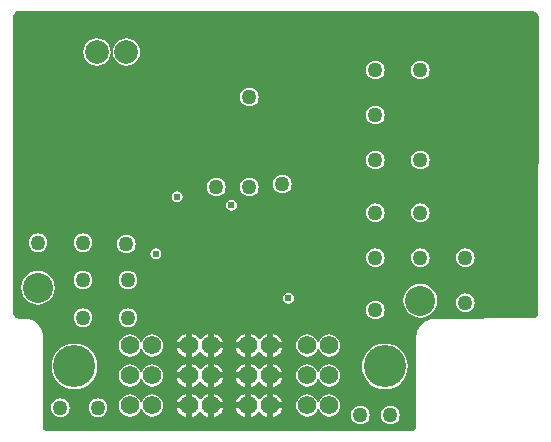
<source format=gbr>
%TF.GenerationSoftware,Altium Limited,Altium Designer,24.2.2 (26)*%
G04 Layer_Physical_Order=2*
G04 Layer_Color=36540*
%FSLAX45Y45*%
%MOMM*%
%TF.SameCoordinates,3B1DD697-BB8E-4966-B076-04D6E0BCF24A*%
%TF.FilePolarity,Positive*%
%TF.FileFunction,Copper,L2,Inr,Signal*%
%TF.Part,Single*%
G01*
G75*
%TA.AperFunction,ComponentPad*%
%ADD24C,2.54000*%
%ADD25C,2.00000*%
%ADD26C,3.56000*%
%ADD27C,1.56000*%
%TA.AperFunction,ViaPad*%
%ADD28C,1.27000*%
%ADD29C,0.60960*%
%ADD30C,0.71120*%
G36*
X5008849Y3549926D02*
X5008865Y3549929D01*
X5008880Y3549926D01*
X5014292D01*
X5024908Y3547814D01*
X5034907Y3543672D01*
X5043908Y3537658D01*
X5051562Y3530005D01*
X5057576Y3521004D01*
X5061718Y3511005D01*
X5063829Y3500388D01*
Y3495031D01*
X5061213Y991354D01*
X5061218Y991327D01*
X5061213Y991300D01*
Y986987D01*
X5059530Y978525D01*
X5056228Y970554D01*
X5051435Y963381D01*
X5045334Y957279D01*
X5038161Y952486D01*
X5030190Y949185D01*
X5021729Y947502D01*
X5017414D01*
X5017285Y947476D01*
X5017156Y947501D01*
X4183121Y943333D01*
X4181985Y943101D01*
X4180837Y943271D01*
X4170879Y942782D01*
X4167156Y941849D01*
X4163317D01*
X4143783Y937964D01*
X4139069Y936012D01*
X4134066Y935016D01*
X4115665Y927395D01*
X4111424Y924561D01*
X4106711Y922608D01*
X4090150Y911543D01*
X4086543Y907936D01*
X4082301Y905102D01*
X4068218Y891018D01*
X4065385Y886777D01*
X4061777Y883169D01*
X4050711Y866609D01*
X4048759Y861895D01*
X4045925Y857654D01*
X4038303Y839253D01*
X4037308Y834250D01*
X4035356Y829537D01*
X4031470Y810002D01*
Y806163D01*
X4030538Y802440D01*
X4030049Y792482D01*
X4030238Y791206D01*
X4029986Y789940D01*
Y35735D01*
X4028072Y26112D01*
X4024317Y17047D01*
X4018867Y8891D01*
X4011929Y1952D01*
X4003772Y-3498D01*
X3994708Y-7252D01*
X3985086Y-9166D01*
X3980180D01*
X3980160Y-9170D01*
X3980139Y-9166D01*
X910348Y-11596D01*
X906128D01*
X897772Y-9934D01*
X889899Y-6673D01*
X882816Y-1940D01*
X876791Y4085D01*
X872056Y11170D01*
X868796Y19041D01*
X867134Y27398D01*
Y788638D01*
X867073Y788943D01*
X867690Y793102D01*
X867200Y803060D01*
X866268Y806783D01*
Y810621D01*
X862382Y830156D01*
X860430Y834869D01*
X859435Y839872D01*
X851813Y858273D01*
X848979Y862515D01*
X847027Y867228D01*
X835961Y883788D01*
X832354Y887396D01*
X829520Y891637D01*
X815437Y905720D01*
X811196Y908554D01*
X807588Y912162D01*
X791028Y923227D01*
X786314Y925180D01*
X782073Y928014D01*
X763672Y935635D01*
X758669Y936631D01*
X753955Y938583D01*
X734421Y942468D01*
X730582D01*
X726859Y943401D01*
X716901Y943890D01*
X715624Y943701D01*
X714358Y943953D01*
X661194D01*
X651572Y945867D01*
X642508Y949621D01*
X634352Y955071D01*
X627415Y962008D01*
X621965Y970165D01*
X618211Y979228D01*
X616297Y988850D01*
Y993755D01*
X616295Y993762D01*
X616297Y993768D01*
X615674Y3497593D01*
Y3502992D01*
X617785Y3513607D01*
X621928Y3523608D01*
X627941Y3532608D01*
X635595Y3540262D01*
X644595Y3546275D01*
X654596Y3550418D01*
X665212Y3552530D01*
X670593D01*
X5008849Y3549926D01*
D02*
G37*
%LPC*%
G36*
X1574800Y3316634D02*
X1544716Y3312674D01*
X1516683Y3301062D01*
X1492610Y3282590D01*
X1474138Y3258517D01*
X1462526Y3230484D01*
X1458566Y3200400D01*
X1462526Y3170316D01*
X1474138Y3142283D01*
X1492610Y3118210D01*
X1516683Y3099738D01*
X1544716Y3088126D01*
X1574800Y3084166D01*
X1604884Y3088126D01*
X1632917Y3099738D01*
X1656990Y3118210D01*
X1675462Y3142283D01*
X1687074Y3170316D01*
X1691034Y3200400D01*
X1687074Y3230484D01*
X1675462Y3258517D01*
X1656990Y3282590D01*
X1632917Y3301062D01*
X1604884Y3312674D01*
X1574800Y3316634D01*
D02*
G37*
G36*
X1324800D02*
X1294716Y3312674D01*
X1266683Y3301062D01*
X1242610Y3282590D01*
X1224138Y3258517D01*
X1212526Y3230484D01*
X1208566Y3200400D01*
X1212526Y3170316D01*
X1224138Y3142283D01*
X1242610Y3118210D01*
X1266683Y3099738D01*
X1294716Y3088126D01*
X1324800Y3084166D01*
X1354884Y3088126D01*
X1382917Y3099738D01*
X1406990Y3118210D01*
X1425462Y3142283D01*
X1437074Y3170316D01*
X1441034Y3200400D01*
X1437074Y3230484D01*
X1425462Y3258517D01*
X1406990Y3282590D01*
X1382917Y3301062D01*
X1354884Y3312674D01*
X1324800Y3316634D01*
D02*
G37*
G36*
X4064000Y3127419D02*
X4043445Y3124713D01*
X4024290Y3116779D01*
X4007842Y3104158D01*
X3995221Y3087710D01*
X3987287Y3068555D01*
X3984581Y3048000D01*
X3987287Y3027445D01*
X3995221Y3008290D01*
X4007842Y2991842D01*
X4024290Y2979221D01*
X4043445Y2971287D01*
X4064000Y2968581D01*
X4084555Y2971287D01*
X4103710Y2979221D01*
X4120158Y2991842D01*
X4132779Y3008290D01*
X4140713Y3027445D01*
X4143419Y3048000D01*
X4140713Y3068555D01*
X4132779Y3087710D01*
X4120158Y3104158D01*
X4103710Y3116779D01*
X4084555Y3124713D01*
X4064000Y3127419D01*
D02*
G37*
G36*
X3683000D02*
X3662445Y3124713D01*
X3643290Y3116779D01*
X3626842Y3104158D01*
X3614221Y3087710D01*
X3606287Y3068555D01*
X3603581Y3048000D01*
X3606287Y3027445D01*
X3614221Y3008290D01*
X3626842Y2991842D01*
X3643290Y2979221D01*
X3662445Y2971287D01*
X3683000Y2968581D01*
X3703555Y2971287D01*
X3722710Y2979221D01*
X3739158Y2991842D01*
X3751779Y3008290D01*
X3759713Y3027445D01*
X3762419Y3048000D01*
X3759713Y3068555D01*
X3751779Y3087710D01*
X3739158Y3104158D01*
X3722710Y3116779D01*
X3703555Y3124713D01*
X3683000Y3127419D01*
D02*
G37*
G36*
X2616200Y2898819D02*
X2595645Y2896113D01*
X2576490Y2888179D01*
X2560042Y2875558D01*
X2547421Y2859110D01*
X2539487Y2839955D01*
X2536781Y2819400D01*
X2539487Y2798845D01*
X2547421Y2779690D01*
X2560042Y2763242D01*
X2576490Y2750621D01*
X2595645Y2742687D01*
X2616200Y2739981D01*
X2636755Y2742687D01*
X2655910Y2750621D01*
X2672358Y2763242D01*
X2684979Y2779690D01*
X2692913Y2798845D01*
X2695619Y2819400D01*
X2692913Y2839955D01*
X2684979Y2859110D01*
X2672358Y2875558D01*
X2655910Y2888179D01*
X2636755Y2896113D01*
X2616200Y2898819D01*
D02*
G37*
G36*
X3683000Y2746419D02*
X3662445Y2743713D01*
X3643290Y2735779D01*
X3626842Y2723158D01*
X3614221Y2706710D01*
X3606287Y2687555D01*
X3603581Y2667000D01*
X3606287Y2646445D01*
X3614221Y2627290D01*
X3626842Y2610842D01*
X3643290Y2598221D01*
X3662445Y2590287D01*
X3683000Y2587581D01*
X3703555Y2590287D01*
X3722710Y2598221D01*
X3739158Y2610842D01*
X3751779Y2627290D01*
X3759713Y2646445D01*
X3762419Y2667000D01*
X3759713Y2687555D01*
X3751779Y2706710D01*
X3739158Y2723158D01*
X3722710Y2735779D01*
X3703555Y2743713D01*
X3683000Y2746419D01*
D02*
G37*
G36*
X4064000Y2365419D02*
X4043445Y2362713D01*
X4024290Y2354779D01*
X4007842Y2342158D01*
X3995221Y2325710D01*
X3987287Y2306555D01*
X3984581Y2286000D01*
X3987287Y2265445D01*
X3995221Y2246290D01*
X4007842Y2229842D01*
X4024290Y2217221D01*
X4043445Y2209287D01*
X4064000Y2206581D01*
X4084555Y2209287D01*
X4103710Y2217221D01*
X4120158Y2229842D01*
X4132779Y2246290D01*
X4140713Y2265445D01*
X4143419Y2286000D01*
X4140713Y2306555D01*
X4132779Y2325710D01*
X4120158Y2342158D01*
X4103710Y2354779D01*
X4084555Y2362713D01*
X4064000Y2365419D01*
D02*
G37*
G36*
X3683000D02*
X3662445Y2362713D01*
X3643290Y2354779D01*
X3626842Y2342158D01*
X3614221Y2325710D01*
X3606287Y2306555D01*
X3603581Y2286000D01*
X3606287Y2265445D01*
X3614221Y2246290D01*
X3626842Y2229842D01*
X3643290Y2217221D01*
X3662445Y2209287D01*
X3683000Y2206581D01*
X3703555Y2209287D01*
X3722710Y2217221D01*
X3739158Y2229842D01*
X3751779Y2246290D01*
X3759713Y2265445D01*
X3762419Y2286000D01*
X3759713Y2306555D01*
X3751779Y2325710D01*
X3739158Y2342158D01*
X3722710Y2354779D01*
X3703555Y2362713D01*
X3683000Y2365419D01*
D02*
G37*
G36*
X2895600Y2162219D02*
X2875045Y2159513D01*
X2855890Y2151579D01*
X2839442Y2138958D01*
X2826821Y2122510D01*
X2818887Y2103355D01*
X2816181Y2082800D01*
X2818887Y2062245D01*
X2826821Y2043090D01*
X2839442Y2026642D01*
X2855890Y2014021D01*
X2875045Y2006087D01*
X2895600Y2003381D01*
X2916155Y2006087D01*
X2935310Y2014021D01*
X2951758Y2026642D01*
X2964379Y2043090D01*
X2972313Y2062245D01*
X2975019Y2082800D01*
X2972313Y2103355D01*
X2964379Y2122510D01*
X2951758Y2138958D01*
X2935310Y2151579D01*
X2916155Y2159513D01*
X2895600Y2162219D01*
D02*
G37*
G36*
X2616200Y2136819D02*
X2595645Y2134113D01*
X2576490Y2126179D01*
X2560042Y2113558D01*
X2547421Y2097110D01*
X2539487Y2077955D01*
X2536781Y2057400D01*
X2539487Y2036845D01*
X2547421Y2017690D01*
X2560042Y2001242D01*
X2576490Y1988621D01*
X2595645Y1980687D01*
X2616200Y1977981D01*
X2636755Y1980687D01*
X2655910Y1988621D01*
X2672358Y2001242D01*
X2684979Y2017690D01*
X2692913Y2036845D01*
X2695619Y2057400D01*
X2692913Y2077955D01*
X2684979Y2097110D01*
X2672358Y2113558D01*
X2655910Y2126179D01*
X2636755Y2134113D01*
X2616200Y2136819D01*
D02*
G37*
G36*
X2336800D02*
X2316245Y2134113D01*
X2297090Y2126179D01*
X2280642Y2113558D01*
X2268021Y2097110D01*
X2260087Y2077955D01*
X2257381Y2057400D01*
X2260087Y2036845D01*
X2268021Y2017690D01*
X2280642Y2001242D01*
X2297090Y1988621D01*
X2316245Y1980687D01*
X2336800Y1977981D01*
X2357355Y1980687D01*
X2376510Y1988621D01*
X2392958Y2001242D01*
X2405579Y2017690D01*
X2413513Y2036845D01*
X2416219Y2057400D01*
X2413513Y2077955D01*
X2405579Y2097110D01*
X2392958Y2113558D01*
X2376510Y2126179D01*
X2357355Y2134113D01*
X2336800Y2136819D01*
D02*
G37*
G36*
X2004196Y2021788D02*
X1986357Y2018240D01*
X1971234Y2008135D01*
X1961129Y1993012D01*
X1957581Y1975173D01*
X1961129Y1957334D01*
X1971234Y1942210D01*
X1986357Y1932105D01*
X2004196Y1928557D01*
X2022035Y1932105D01*
X2037158Y1942210D01*
X2047264Y1957334D01*
X2050812Y1975173D01*
X2047264Y1993012D01*
X2037158Y2008135D01*
X2022035Y2018240D01*
X2004196Y2021788D01*
D02*
G37*
G36*
X2463800Y1951616D02*
X2445961Y1948067D01*
X2430838Y1937962D01*
X2420733Y1922839D01*
X2417184Y1905000D01*
X2420733Y1887161D01*
X2430838Y1872038D01*
X2445961Y1861933D01*
X2463800Y1858384D01*
X2481639Y1861933D01*
X2496762Y1872038D01*
X2506867Y1887161D01*
X2510416Y1905000D01*
X2506867Y1922839D01*
X2496762Y1937962D01*
X2481639Y1948067D01*
X2463800Y1951616D01*
D02*
G37*
G36*
X4064000Y1920919D02*
X4043445Y1918213D01*
X4024290Y1910279D01*
X4007842Y1897658D01*
X3995221Y1881210D01*
X3987287Y1862055D01*
X3984581Y1841500D01*
X3987287Y1820945D01*
X3995221Y1801790D01*
X4007842Y1785342D01*
X4024290Y1772721D01*
X4043445Y1764787D01*
X4064000Y1762081D01*
X4084555Y1764787D01*
X4103710Y1772721D01*
X4120158Y1785342D01*
X4132779Y1801790D01*
X4140713Y1820945D01*
X4143419Y1841500D01*
X4140713Y1862055D01*
X4132779Y1881210D01*
X4120158Y1897658D01*
X4103710Y1910279D01*
X4084555Y1918213D01*
X4064000Y1920919D01*
D02*
G37*
G36*
X3683000D02*
X3662445Y1918213D01*
X3643290Y1910279D01*
X3626842Y1897658D01*
X3614221Y1881210D01*
X3606287Y1862055D01*
X3603581Y1841500D01*
X3606287Y1820945D01*
X3614221Y1801790D01*
X3626842Y1785342D01*
X3643290Y1772721D01*
X3662445Y1764787D01*
X3683000Y1762081D01*
X3703555Y1764787D01*
X3722710Y1772721D01*
X3739158Y1785342D01*
X3751779Y1801790D01*
X3759713Y1820945D01*
X3762419Y1841500D01*
X3759713Y1862055D01*
X3751779Y1881210D01*
X3739158Y1897658D01*
X3722710Y1910279D01*
X3703555Y1918213D01*
X3683000Y1920919D01*
D02*
G37*
G36*
X1206500Y1666919D02*
X1185945Y1664213D01*
X1166790Y1656279D01*
X1150342Y1643658D01*
X1137721Y1627210D01*
X1129787Y1608055D01*
X1127081Y1587500D01*
X1129787Y1566945D01*
X1137721Y1547790D01*
X1150342Y1531342D01*
X1166790Y1518721D01*
X1185945Y1510787D01*
X1206500Y1508081D01*
X1227055Y1510787D01*
X1246210Y1518721D01*
X1262658Y1531342D01*
X1275279Y1547790D01*
X1283213Y1566945D01*
X1285919Y1587500D01*
X1283213Y1608055D01*
X1275279Y1627210D01*
X1262658Y1643658D01*
X1246210Y1656279D01*
X1227055Y1664213D01*
X1206500Y1666919D01*
D02*
G37*
G36*
X825500D02*
X804945Y1664213D01*
X785790Y1656279D01*
X769342Y1643658D01*
X756721Y1627210D01*
X748787Y1608055D01*
X746081Y1587500D01*
X748787Y1566945D01*
X756721Y1547790D01*
X769342Y1531342D01*
X785790Y1518721D01*
X804945Y1510787D01*
X825500Y1508081D01*
X846055Y1510787D01*
X865210Y1518721D01*
X881658Y1531342D01*
X894279Y1547790D01*
X902213Y1566945D01*
X904919Y1587500D01*
X902213Y1608055D01*
X894279Y1627210D01*
X881658Y1643658D01*
X865210Y1656279D01*
X846055Y1664213D01*
X825500Y1666919D01*
D02*
G37*
G36*
X1574800Y1654219D02*
X1554245Y1651513D01*
X1535090Y1643579D01*
X1518642Y1630958D01*
X1506021Y1614510D01*
X1498087Y1595355D01*
X1495381Y1574800D01*
X1498087Y1554245D01*
X1506021Y1535090D01*
X1518642Y1518642D01*
X1535090Y1506021D01*
X1554245Y1498087D01*
X1574800Y1495381D01*
X1595355Y1498087D01*
X1614510Y1506021D01*
X1630958Y1518642D01*
X1643579Y1535090D01*
X1651513Y1554245D01*
X1654219Y1574800D01*
X1651513Y1595355D01*
X1643579Y1614510D01*
X1630958Y1630958D01*
X1614510Y1643579D01*
X1595355Y1651513D01*
X1574800Y1654219D01*
D02*
G37*
G36*
X1823714Y1539443D02*
X1805875Y1535895D01*
X1790752Y1525790D01*
X1780647Y1510667D01*
X1777098Y1492828D01*
X1780647Y1474989D01*
X1790752Y1459866D01*
X1805875Y1449761D01*
X1823714Y1446212D01*
X1841553Y1449761D01*
X1856676Y1459866D01*
X1866781Y1474989D01*
X1870330Y1492828D01*
X1866781Y1510667D01*
X1856676Y1525790D01*
X1841553Y1535895D01*
X1823714Y1539443D01*
D02*
G37*
G36*
X4445000Y1539919D02*
X4424445Y1537213D01*
X4405290Y1529279D01*
X4388842Y1516658D01*
X4376221Y1500210D01*
X4368287Y1481055D01*
X4365581Y1460500D01*
X4368287Y1439945D01*
X4376221Y1420790D01*
X4388842Y1404342D01*
X4405290Y1391721D01*
X4424445Y1383787D01*
X4445000Y1381081D01*
X4465555Y1383787D01*
X4484710Y1391721D01*
X4501158Y1404342D01*
X4513779Y1420790D01*
X4521713Y1439945D01*
X4524419Y1460500D01*
X4521713Y1481055D01*
X4513779Y1500210D01*
X4501158Y1516658D01*
X4484710Y1529279D01*
X4465555Y1537213D01*
X4445000Y1539919D01*
D02*
G37*
G36*
X4064000D02*
X4043445Y1537213D01*
X4024290Y1529279D01*
X4007842Y1516658D01*
X3995221Y1500210D01*
X3987287Y1481055D01*
X3984581Y1460500D01*
X3987287Y1439945D01*
X3995221Y1420790D01*
X4007842Y1404342D01*
X4024290Y1391721D01*
X4043445Y1383787D01*
X4064000Y1381081D01*
X4084555Y1383787D01*
X4103710Y1391721D01*
X4120158Y1404342D01*
X4132779Y1420790D01*
X4140713Y1439945D01*
X4143419Y1460500D01*
X4140713Y1481055D01*
X4132779Y1500210D01*
X4120158Y1516658D01*
X4103710Y1529279D01*
X4084555Y1537213D01*
X4064000Y1539919D01*
D02*
G37*
G36*
X3683000D02*
X3662445Y1537213D01*
X3643290Y1529279D01*
X3626842Y1516658D01*
X3614221Y1500210D01*
X3606287Y1481055D01*
X3603581Y1460500D01*
X3606287Y1439945D01*
X3614221Y1420790D01*
X3626842Y1404342D01*
X3643290Y1391721D01*
X3662445Y1383787D01*
X3683000Y1381081D01*
X3703555Y1383787D01*
X3722710Y1391721D01*
X3739158Y1404342D01*
X3751779Y1420790D01*
X3759713Y1439945D01*
X3762419Y1460500D01*
X3759713Y1481055D01*
X3751779Y1500210D01*
X3739158Y1516658D01*
X3722710Y1529279D01*
X3703555Y1537213D01*
X3683000Y1539919D01*
D02*
G37*
G36*
X1587500Y1349419D02*
X1566945Y1346713D01*
X1547790Y1338779D01*
X1531342Y1326158D01*
X1518721Y1309710D01*
X1510787Y1290555D01*
X1508081Y1270000D01*
X1510787Y1249445D01*
X1518721Y1230290D01*
X1531342Y1213842D01*
X1547790Y1201221D01*
X1566945Y1193287D01*
X1587500Y1190581D01*
X1608055Y1193287D01*
X1627210Y1201221D01*
X1643658Y1213842D01*
X1656279Y1230290D01*
X1664213Y1249445D01*
X1666919Y1270000D01*
X1664213Y1290555D01*
X1656279Y1309710D01*
X1643658Y1326158D01*
X1627210Y1338779D01*
X1608055Y1346713D01*
X1587500Y1349419D01*
D02*
G37*
G36*
X1206500D02*
X1185945Y1346713D01*
X1166790Y1338779D01*
X1150342Y1326158D01*
X1137721Y1309710D01*
X1129787Y1290555D01*
X1127081Y1270000D01*
X1129787Y1249445D01*
X1137721Y1230290D01*
X1150342Y1213842D01*
X1166790Y1201221D01*
X1185945Y1193287D01*
X1206500Y1190581D01*
X1227055Y1193287D01*
X1246210Y1201221D01*
X1262658Y1213842D01*
X1275279Y1230290D01*
X1283213Y1249445D01*
X1285919Y1270000D01*
X1283213Y1290555D01*
X1275279Y1309710D01*
X1262658Y1326158D01*
X1246210Y1338779D01*
X1227055Y1346713D01*
X1206500Y1349419D01*
D02*
G37*
G36*
X2946400Y1164216D02*
X2928561Y1160667D01*
X2913438Y1150562D01*
X2903333Y1135439D01*
X2899784Y1117600D01*
X2903333Y1099761D01*
X2913438Y1084638D01*
X2928561Y1074533D01*
X2946400Y1070984D01*
X2964239Y1074533D01*
X2979362Y1084638D01*
X2989467Y1099761D01*
X2993016Y1117600D01*
X2989467Y1135439D01*
X2979362Y1150562D01*
X2964239Y1160667D01*
X2946400Y1164216D01*
D02*
G37*
G36*
X825500Y1349967D02*
X788368Y1345079D01*
X753766Y1330746D01*
X724053Y1307947D01*
X701254Y1278234D01*
X686921Y1243632D01*
X682033Y1206500D01*
X686921Y1169368D01*
X701254Y1134766D01*
X724053Y1105053D01*
X753766Y1082254D01*
X788368Y1067921D01*
X825500Y1063033D01*
X862632Y1067921D01*
X897234Y1082254D01*
X926947Y1105053D01*
X949746Y1134766D01*
X964079Y1169368D01*
X968967Y1206500D01*
X964079Y1243632D01*
X949746Y1278234D01*
X926947Y1307947D01*
X897234Y1330746D01*
X862632Y1345079D01*
X825500Y1349967D01*
D02*
G37*
G36*
X4445000Y1158919D02*
X4424445Y1156213D01*
X4405290Y1148279D01*
X4388842Y1135658D01*
X4376221Y1119210D01*
X4368287Y1100055D01*
X4365581Y1079500D01*
X4368287Y1058945D01*
X4376221Y1039790D01*
X4388842Y1023342D01*
X4405290Y1010721D01*
X4424445Y1002787D01*
X4445000Y1000081D01*
X4465555Y1002787D01*
X4484710Y1010721D01*
X4501158Y1023342D01*
X4513779Y1039790D01*
X4521713Y1058945D01*
X4524419Y1079500D01*
X4521713Y1100055D01*
X4513779Y1119210D01*
X4501158Y1135658D01*
X4484710Y1148279D01*
X4465555Y1156213D01*
X4445000Y1158919D01*
D02*
G37*
G36*
X4064000Y1238207D02*
X4026868Y1233319D01*
X3992266Y1218986D01*
X3962553Y1196187D01*
X3939754Y1166474D01*
X3925421Y1131872D01*
X3920533Y1094740D01*
X3925421Y1057608D01*
X3939754Y1023006D01*
X3962553Y993293D01*
X3992266Y970494D01*
X4026868Y956161D01*
X4064000Y951273D01*
X4101132Y956161D01*
X4135734Y970494D01*
X4165447Y993293D01*
X4188246Y1023006D01*
X4202579Y1057608D01*
X4207467Y1094740D01*
X4202579Y1131872D01*
X4188246Y1166474D01*
X4165447Y1196187D01*
X4135734Y1218986D01*
X4101132Y1233319D01*
X4064000Y1238207D01*
D02*
G37*
G36*
X3683000Y1095419D02*
X3662445Y1092713D01*
X3643290Y1084779D01*
X3626842Y1072158D01*
X3614221Y1055710D01*
X3606287Y1036555D01*
X3603581Y1016000D01*
X3606287Y995445D01*
X3614221Y976290D01*
X3626842Y959842D01*
X3643290Y947221D01*
X3662445Y939287D01*
X3683000Y936581D01*
X3703555Y939287D01*
X3722710Y947221D01*
X3739158Y959842D01*
X3751779Y976290D01*
X3759713Y995445D01*
X3762419Y1016000D01*
X3759713Y1036555D01*
X3751779Y1055710D01*
X3739158Y1072158D01*
X3722710Y1084779D01*
X3703555Y1092713D01*
X3683000Y1095419D01*
D02*
G37*
G36*
X1587500Y1031919D02*
X1566945Y1029213D01*
X1547790Y1021279D01*
X1531342Y1008658D01*
X1518721Y992210D01*
X1510787Y973055D01*
X1508081Y952500D01*
X1510787Y931945D01*
X1518721Y912790D01*
X1531342Y896342D01*
X1547790Y883721D01*
X1566945Y875787D01*
X1587500Y873081D01*
X1608055Y875787D01*
X1627210Y883721D01*
X1643658Y896342D01*
X1656279Y912790D01*
X1664213Y931945D01*
X1666919Y952500D01*
X1664213Y973055D01*
X1656279Y992210D01*
X1643658Y1008658D01*
X1627210Y1021279D01*
X1608055Y1029213D01*
X1587500Y1031919D01*
D02*
G37*
G36*
X1206500D02*
X1185945Y1029213D01*
X1166790Y1021279D01*
X1150342Y1008658D01*
X1137721Y992210D01*
X1129787Y973055D01*
X1127081Y952500D01*
X1129787Y931945D01*
X1137721Y912790D01*
X1150342Y896342D01*
X1166790Y883721D01*
X1185945Y875787D01*
X1206500Y873081D01*
X1227055Y875787D01*
X1246210Y883721D01*
X1262658Y896342D01*
X1275279Y912790D01*
X1283213Y931945D01*
X1285919Y952500D01*
X1283213Y973055D01*
X1275279Y992210D01*
X1262658Y1008658D01*
X1246210Y1021279D01*
X1227055Y1029213D01*
X1206500Y1031919D01*
D02*
G37*
G36*
X2767310Y817748D02*
X2765717Y817538D01*
X2740564Y807120D01*
X2718965Y790546D01*
X2706399Y774170D01*
X2705092Y773569D01*
X2692329D01*
X2691021Y774170D01*
X2678456Y790546D01*
X2656856Y807120D01*
X2631703Y817538D01*
X2630110Y817748D01*
Y716800D01*
Y615852D01*
X2631703Y616062D01*
X2656856Y626480D01*
X2678456Y643054D01*
X2691021Y659430D01*
X2692329Y660031D01*
X2705092D01*
X2706399Y659430D01*
X2718965Y643054D01*
X2740564Y626480D01*
X2765717Y616062D01*
X2767310Y615852D01*
Y716800D01*
Y817748D01*
D02*
G37*
G36*
X2267310D02*
X2265717Y817538D01*
X2240564Y807120D01*
X2218965Y790546D01*
X2206399Y774170D01*
X2205092Y773569D01*
X2192329D01*
X2191021Y774170D01*
X2178456Y790546D01*
X2156856Y807120D01*
X2131703Y817538D01*
X2130110Y817748D01*
Y716800D01*
Y615852D01*
X2131703Y616062D01*
X2156856Y626480D01*
X2178456Y643054D01*
X2191021Y659430D01*
X2192329Y660031D01*
X2205092D01*
X2206399Y659430D01*
X2218965Y643054D01*
X2240564Y626480D01*
X2265717Y616062D01*
X2267310Y615852D01*
Y716800D01*
Y817748D01*
D02*
G37*
G36*
X3292710Y810844D02*
X3268370Y807640D01*
X3245688Y798245D01*
X3226211Y783299D01*
X3211265Y763822D01*
X3205583Y750105D01*
X3191837D01*
X3186155Y763822D01*
X3171210Y783299D01*
X3151732Y798245D01*
X3129051Y807640D01*
X3104710Y810844D01*
X3080370Y807640D01*
X3057688Y798245D01*
X3038211Y783299D01*
X3023265Y763822D01*
X3013870Y741141D01*
X3010666Y716800D01*
X3013870Y692459D01*
X3023265Y669778D01*
X3038211Y650300D01*
X3057688Y635355D01*
X3080370Y625960D01*
X3104710Y622755D01*
X3129051Y625960D01*
X3151732Y635355D01*
X3171210Y650300D01*
X3186155Y669778D01*
X3191837Y683495D01*
X3205583D01*
X3211265Y669778D01*
X3226211Y650300D01*
X3245688Y635355D01*
X3268370Y625960D01*
X3292710Y622755D01*
X3317051Y625960D01*
X3339732Y635355D01*
X3359210Y650300D01*
X3374155Y669778D01*
X3383550Y692459D01*
X3386755Y716800D01*
X3383550Y741141D01*
X3374155Y763822D01*
X3359210Y783299D01*
X3339732Y798245D01*
X3317051Y807640D01*
X3292710Y810844D01*
D02*
G37*
G36*
X1792710D02*
X1768370Y807640D01*
X1745688Y798245D01*
X1726211Y783299D01*
X1711265Y763822D01*
X1705583Y750105D01*
X1691837D01*
X1686155Y763822D01*
X1671210Y783299D01*
X1651732Y798245D01*
X1629051Y807640D01*
X1604710Y810844D01*
X1580369Y807640D01*
X1557688Y798245D01*
X1538211Y783299D01*
X1523265Y763822D01*
X1513870Y741141D01*
X1510666Y716800D01*
X1513870Y692459D01*
X1523265Y669778D01*
X1538211Y650300D01*
X1557688Y635355D01*
X1580369Y625960D01*
X1604710Y622755D01*
X1629051Y625960D01*
X1651732Y635355D01*
X1671210Y650300D01*
X1686155Y669778D01*
X1691837Y683495D01*
X1705583D01*
X1711265Y669778D01*
X1726211Y650300D01*
X1745688Y635355D01*
X1768370Y625960D01*
X1792710Y622755D01*
X1817051Y625960D01*
X1839732Y635355D01*
X1859210Y650300D01*
X1874155Y669778D01*
X1883550Y692459D01*
X1886755Y716800D01*
X1883550Y741141D01*
X1874155Y763822D01*
X1859210Y783299D01*
X1839732Y798245D01*
X1817051Y807640D01*
X1792710Y810844D01*
D02*
G37*
G36*
X2818110Y817748D02*
Y742200D01*
X2893658D01*
X2893449Y743793D01*
X2883030Y768946D01*
X2866456Y790546D01*
X2844856Y807120D01*
X2819703Y817538D01*
X2818110Y817748D01*
D02*
G37*
G36*
X2579310D02*
X2577717Y817538D01*
X2552564Y807120D01*
X2530964Y790546D01*
X2514390Y768946D01*
X2503972Y743793D01*
X2503762Y742200D01*
X2579310D01*
Y817748D01*
D02*
G37*
G36*
X2318110D02*
Y742200D01*
X2393658D01*
X2393449Y743793D01*
X2383030Y768946D01*
X2366456Y790546D01*
X2344856Y807120D01*
X2319703Y817538D01*
X2318110Y817748D01*
D02*
G37*
G36*
X2079310D02*
X2077717Y817538D01*
X2052564Y807120D01*
X2030964Y790546D01*
X2014390Y768946D01*
X2003972Y743793D01*
X2003762Y742200D01*
X2079310D01*
Y817748D01*
D02*
G37*
G36*
X2893658Y691400D02*
X2818110D01*
Y615852D01*
X2819703Y616062D01*
X2844856Y626480D01*
X2866456Y643054D01*
X2883030Y664654D01*
X2893449Y689807D01*
X2893658Y691400D01*
D02*
G37*
G36*
X2579310D02*
X2503762D01*
X2503972Y689807D01*
X2514390Y664654D01*
X2530964Y643054D01*
X2552564Y626480D01*
X2577717Y616062D01*
X2579310Y615852D01*
Y691400D01*
D02*
G37*
G36*
X2393658D02*
X2318110D01*
Y615852D01*
X2319703Y616062D01*
X2344856Y626480D01*
X2366456Y643054D01*
X2383030Y664654D01*
X2393449Y689807D01*
X2393658Y691400D01*
D02*
G37*
G36*
X2079310D02*
X2003762D01*
X2003972Y689807D01*
X2014390Y664654D01*
X2030964Y643054D01*
X2052564Y626480D01*
X2077717Y616062D01*
X2079310Y615852D01*
Y691400D01*
D02*
G37*
G36*
X2767310Y563748D02*
X2765717Y563538D01*
X2740564Y553120D01*
X2718965Y536546D01*
X2706399Y520170D01*
X2705092Y519569D01*
X2692329D01*
X2691021Y520170D01*
X2678456Y536546D01*
X2656856Y553120D01*
X2631703Y563538D01*
X2630110Y563748D01*
Y462800D01*
Y361852D01*
X2631703Y362062D01*
X2656856Y372480D01*
X2678456Y389054D01*
X2691021Y405430D01*
X2692329Y406031D01*
X2705092D01*
X2706399Y405430D01*
X2718965Y389054D01*
X2740564Y372480D01*
X2765717Y362062D01*
X2767310Y361852D01*
Y462800D01*
Y563748D01*
D02*
G37*
G36*
X2267310D02*
X2265717Y563538D01*
X2240564Y553120D01*
X2218965Y536546D01*
X2206399Y520170D01*
X2205092Y519569D01*
X2192329D01*
X2191021Y520170D01*
X2178456Y536546D01*
X2156856Y553120D01*
X2131703Y563538D01*
X2130110Y563748D01*
Y462800D01*
Y361852D01*
X2131703Y362062D01*
X2156856Y372480D01*
X2178456Y389054D01*
X2191021Y405430D01*
X2192329Y406031D01*
X2205092D01*
X2206399Y405430D01*
X2218965Y389054D01*
X2240564Y372480D01*
X2265717Y362062D01*
X2267310Y361852D01*
Y462800D01*
Y563748D01*
D02*
G37*
G36*
X3292710Y556844D02*
X3268370Y553640D01*
X3245688Y544245D01*
X3226211Y529299D01*
X3211265Y509822D01*
X3205583Y496105D01*
X3191837D01*
X3186155Y509822D01*
X3171210Y529299D01*
X3151732Y544245D01*
X3129051Y553640D01*
X3104710Y556844D01*
X3080370Y553640D01*
X3057688Y544245D01*
X3038211Y529299D01*
X3023265Y509822D01*
X3013870Y487141D01*
X3010666Y462800D01*
X3013870Y438459D01*
X3023265Y415778D01*
X3038211Y396300D01*
X3057688Y381355D01*
X3080370Y371960D01*
X3104710Y368755D01*
X3129051Y371960D01*
X3151732Y381355D01*
X3171210Y396300D01*
X3186155Y415778D01*
X3191837Y429495D01*
X3205583D01*
X3211265Y415778D01*
X3226211Y396300D01*
X3245688Y381355D01*
X3268370Y371960D01*
X3292710Y368755D01*
X3317051Y371960D01*
X3339732Y381355D01*
X3359210Y396300D01*
X3374155Y415778D01*
X3383550Y438459D01*
X3386755Y462800D01*
X3383550Y487141D01*
X3374155Y509822D01*
X3359210Y529299D01*
X3339732Y544245D01*
X3317051Y553640D01*
X3292710Y556844D01*
D02*
G37*
G36*
X1792710D02*
X1768370Y553640D01*
X1745688Y544245D01*
X1726211Y529299D01*
X1711265Y509822D01*
X1705583Y496105D01*
X1691837D01*
X1686155Y509822D01*
X1671210Y529299D01*
X1651732Y544245D01*
X1629051Y553640D01*
X1604710Y556844D01*
X1580369Y553640D01*
X1557688Y544245D01*
X1538211Y529299D01*
X1523265Y509822D01*
X1513870Y487141D01*
X1510666Y462800D01*
X1513870Y438459D01*
X1523265Y415778D01*
X1538211Y396300D01*
X1557688Y381355D01*
X1580369Y371960D01*
X1604710Y368755D01*
X1629051Y371960D01*
X1651732Y381355D01*
X1671210Y396300D01*
X1686155Y415778D01*
X1691837Y429495D01*
X1705583D01*
X1711265Y415778D01*
X1726211Y396300D01*
X1745688Y381355D01*
X1768370Y371960D01*
X1792710Y368755D01*
X1817051Y371960D01*
X1839732Y381355D01*
X1859210Y396300D01*
X1874155Y415778D01*
X1883550Y438459D01*
X1886755Y462800D01*
X1883550Y487141D01*
X1874155Y509822D01*
X1859210Y529299D01*
X1839732Y544245D01*
X1817051Y553640D01*
X1792710Y556844D01*
D02*
G37*
G36*
X2818110Y563748D02*
Y488200D01*
X2893658D01*
X2893449Y489793D01*
X2883030Y514946D01*
X2866456Y536546D01*
X2844856Y553120D01*
X2819703Y563538D01*
X2818110Y563748D01*
D02*
G37*
G36*
X2579310D02*
X2577717Y563538D01*
X2552564Y553120D01*
X2530964Y536546D01*
X2514390Y514946D01*
X2503972Y489793D01*
X2503762Y488200D01*
X2579310D01*
Y563748D01*
D02*
G37*
G36*
X2318110D02*
Y488200D01*
X2393658D01*
X2393449Y489793D01*
X2383030Y514946D01*
X2366456Y536546D01*
X2344856Y553120D01*
X2319703Y563538D01*
X2318110Y563748D01*
D02*
G37*
G36*
X2079310D02*
X2077717Y563538D01*
X2052564Y553120D01*
X2030964Y536546D01*
X2014390Y514946D01*
X2003972Y489793D01*
X2003762Y488200D01*
X2079310D01*
Y563748D01*
D02*
G37*
G36*
X2893658Y437400D02*
X2818110D01*
Y361852D01*
X2819703Y362062D01*
X2844856Y372480D01*
X2866456Y389054D01*
X2883030Y410654D01*
X2893449Y435807D01*
X2893658Y437400D01*
D02*
G37*
G36*
X2579310D02*
X2503762D01*
X2503972Y435807D01*
X2514390Y410654D01*
X2530964Y389054D01*
X2552564Y372480D01*
X2577717Y362062D01*
X2579310Y361852D01*
Y437400D01*
D02*
G37*
G36*
X2393658D02*
X2318110D01*
Y361852D01*
X2319703Y362062D01*
X2344856Y372480D01*
X2366456Y389054D01*
X2383030Y410654D01*
X2393449Y435807D01*
X2393658Y437400D01*
D02*
G37*
G36*
X2079310D02*
X2003762D01*
X2003972Y435807D01*
X2014390Y410654D01*
X2030964Y389054D01*
X2052564Y372480D01*
X2077717Y362062D01*
X2079310Y361852D01*
Y437400D01*
D02*
G37*
G36*
X3762710Y732975D02*
X3724828Y729244D01*
X3688403Y718194D01*
X3654832Y700251D01*
X3625408Y676103D01*
X3601259Y646678D01*
X3583316Y613107D01*
X3572266Y576682D01*
X3568535Y538800D01*
X3572266Y500918D01*
X3583316Y464493D01*
X3601259Y430922D01*
X3625408Y401498D01*
X3654832Y377350D01*
X3688403Y359406D01*
X3724828Y348356D01*
X3762710Y344625D01*
X3800592Y348356D01*
X3837017Y359406D01*
X3870588Y377350D01*
X3900013Y401498D01*
X3924161Y430922D01*
X3942104Y464493D01*
X3953154Y500918D01*
X3956885Y538800D01*
X3953154Y576682D01*
X3942104Y613107D01*
X3924161Y646678D01*
X3900013Y676103D01*
X3870588Y700251D01*
X3837017Y718194D01*
X3800592Y729244D01*
X3762710Y732975D01*
D02*
G37*
G36*
X1134710D02*
X1096829Y729244D01*
X1060403Y718194D01*
X1026832Y700251D01*
X997408Y676103D01*
X973260Y646678D01*
X955316Y613107D01*
X944266Y576682D01*
X940535Y538800D01*
X944266Y500918D01*
X955316Y464493D01*
X973260Y430922D01*
X997408Y401498D01*
X1026832Y377350D01*
X1060403Y359406D01*
X1096829Y348356D01*
X1134710Y344625D01*
X1172592Y348356D01*
X1209018Y359406D01*
X1242588Y377350D01*
X1272013Y401498D01*
X1296161Y430922D01*
X1314104Y464493D01*
X1325154Y500918D01*
X1328885Y538800D01*
X1325154Y576682D01*
X1314104Y613107D01*
X1296161Y646678D01*
X1272013Y676103D01*
X1242588Y700251D01*
X1209018Y718194D01*
X1172592Y729244D01*
X1134710Y732975D01*
D02*
G37*
G36*
X2767310Y309748D02*
X2765717Y309538D01*
X2740564Y299120D01*
X2718965Y282546D01*
X2706399Y266170D01*
X2705092Y265569D01*
X2692329D01*
X2691021Y266170D01*
X2678456Y282546D01*
X2656856Y299120D01*
X2631703Y309538D01*
X2630110Y309748D01*
Y208800D01*
Y107852D01*
X2631703Y108062D01*
X2656856Y118480D01*
X2678456Y135054D01*
X2691021Y151430D01*
X2692329Y152031D01*
X2705092D01*
X2706399Y151430D01*
X2718965Y135054D01*
X2740564Y118480D01*
X2765717Y108062D01*
X2767310Y107852D01*
Y208800D01*
Y309748D01*
D02*
G37*
G36*
X2267310D02*
X2265717Y309538D01*
X2240564Y299120D01*
X2218965Y282546D01*
X2206399Y266170D01*
X2205092Y265569D01*
X2192329D01*
X2191021Y266170D01*
X2178456Y282546D01*
X2156856Y299120D01*
X2131703Y309538D01*
X2130110Y309748D01*
Y208800D01*
Y107852D01*
X2131703Y108062D01*
X2156856Y118480D01*
X2178456Y135054D01*
X2191021Y151430D01*
X2192329Y152031D01*
X2205092D01*
X2206399Y151430D01*
X2218965Y135054D01*
X2240564Y118480D01*
X2265717Y108062D01*
X2267310Y107852D01*
Y208800D01*
Y309748D01*
D02*
G37*
G36*
X3292710Y302844D02*
X3268370Y299640D01*
X3245688Y290245D01*
X3226211Y275299D01*
X3211265Y255822D01*
X3205583Y242105D01*
X3191837D01*
X3186155Y255822D01*
X3171210Y275299D01*
X3151732Y290245D01*
X3129051Y299640D01*
X3104710Y302844D01*
X3080370Y299640D01*
X3057688Y290245D01*
X3038211Y275299D01*
X3023265Y255822D01*
X3013870Y233141D01*
X3010666Y208800D01*
X3013870Y184459D01*
X3023265Y161778D01*
X3038211Y142300D01*
X3057688Y127355D01*
X3080370Y117960D01*
X3104710Y114755D01*
X3129051Y117960D01*
X3151732Y127355D01*
X3171210Y142300D01*
X3186155Y161778D01*
X3191837Y175495D01*
X3205583D01*
X3211265Y161778D01*
X3226211Y142300D01*
X3245688Y127355D01*
X3268370Y117960D01*
X3292710Y114755D01*
X3317051Y117960D01*
X3339732Y127355D01*
X3359210Y142300D01*
X3374155Y161778D01*
X3383550Y184459D01*
X3386755Y208800D01*
X3383550Y233141D01*
X3374155Y255822D01*
X3359210Y275299D01*
X3339732Y290245D01*
X3317051Y299640D01*
X3292710Y302844D01*
D02*
G37*
G36*
X1792710D02*
X1768370Y299640D01*
X1745688Y290245D01*
X1726211Y275299D01*
X1711265Y255822D01*
X1705583Y242105D01*
X1691837D01*
X1686155Y255822D01*
X1671210Y275299D01*
X1651732Y290245D01*
X1629051Y299640D01*
X1604710Y302844D01*
X1580369Y299640D01*
X1557688Y290245D01*
X1538211Y275299D01*
X1523265Y255822D01*
X1513870Y233141D01*
X1510666Y208800D01*
X1513870Y184459D01*
X1523265Y161778D01*
X1538211Y142300D01*
X1557688Y127355D01*
X1580369Y117960D01*
X1604710Y114755D01*
X1629051Y117960D01*
X1651732Y127355D01*
X1671210Y142300D01*
X1686155Y161778D01*
X1691837Y175495D01*
X1705583D01*
X1711265Y161778D01*
X1726211Y142300D01*
X1745688Y127355D01*
X1768370Y117960D01*
X1792710Y114755D01*
X1817051Y117960D01*
X1839732Y127355D01*
X1859210Y142300D01*
X1874155Y161778D01*
X1883550Y184459D01*
X1886755Y208800D01*
X1883550Y233141D01*
X1874155Y255822D01*
X1859210Y275299D01*
X1839732Y290245D01*
X1817051Y299640D01*
X1792710Y302844D01*
D02*
G37*
G36*
X2818110Y309748D02*
Y234200D01*
X2893658D01*
X2893449Y235793D01*
X2883030Y260946D01*
X2866456Y282546D01*
X2844856Y299120D01*
X2819703Y309538D01*
X2818110Y309748D01*
D02*
G37*
G36*
X2579310D02*
X2577717Y309538D01*
X2552564Y299120D01*
X2530964Y282546D01*
X2514390Y260946D01*
X2503972Y235793D01*
X2503762Y234200D01*
X2579310D01*
Y309748D01*
D02*
G37*
G36*
X2318110D02*
Y234200D01*
X2393658D01*
X2393449Y235793D01*
X2383030Y260946D01*
X2366456Y282546D01*
X2344856Y299120D01*
X2319703Y309538D01*
X2318110Y309748D01*
D02*
G37*
G36*
X2079310D02*
X2077717Y309538D01*
X2052564Y299120D01*
X2030964Y282546D01*
X2014390Y260946D01*
X2003972Y235793D01*
X2003762Y234200D01*
X2079310D01*
Y309748D01*
D02*
G37*
G36*
X1333500Y269919D02*
X1312945Y267213D01*
X1293790Y259279D01*
X1277342Y246658D01*
X1264721Y230210D01*
X1256787Y211055D01*
X1254081Y190500D01*
X1256787Y169945D01*
X1264721Y150790D01*
X1277342Y134342D01*
X1293790Y121721D01*
X1312945Y113787D01*
X1333500Y111081D01*
X1354055Y113787D01*
X1373210Y121721D01*
X1389658Y134342D01*
X1402279Y150790D01*
X1410213Y169945D01*
X1412919Y190500D01*
X1410213Y211055D01*
X1402279Y230210D01*
X1389658Y246658D01*
X1373210Y259279D01*
X1354055Y267213D01*
X1333500Y269919D01*
D02*
G37*
G36*
X1016000D02*
X995445Y267213D01*
X976290Y259279D01*
X959842Y246658D01*
X947221Y230210D01*
X939287Y211055D01*
X936581Y190500D01*
X939287Y169945D01*
X947221Y150790D01*
X959842Y134342D01*
X976290Y121721D01*
X995445Y113787D01*
X1016000Y111081D01*
X1036555Y113787D01*
X1055710Y121721D01*
X1072158Y134342D01*
X1084779Y150790D01*
X1092713Y169945D01*
X1095419Y190500D01*
X1092713Y211055D01*
X1084779Y230210D01*
X1072158Y246658D01*
X1055710Y259279D01*
X1036555Y267213D01*
X1016000Y269919D01*
D02*
G37*
G36*
X2893658Y183400D02*
X2818110D01*
Y107852D01*
X2819703Y108062D01*
X2844856Y118480D01*
X2866456Y135054D01*
X2883030Y156654D01*
X2893449Y181807D01*
X2893658Y183400D01*
D02*
G37*
G36*
X2579310D02*
X2503762D01*
X2503972Y181807D01*
X2514390Y156654D01*
X2530964Y135054D01*
X2552564Y118480D01*
X2577717Y108062D01*
X2579310Y107852D01*
Y183400D01*
D02*
G37*
G36*
X2393658D02*
X2318110D01*
Y107852D01*
X2319703Y108062D01*
X2344856Y118480D01*
X2366456Y135054D01*
X2383030Y156654D01*
X2393449Y181807D01*
X2393658Y183400D01*
D02*
G37*
G36*
X2079310D02*
X2003762D01*
X2003972Y181807D01*
X2014390Y156654D01*
X2030964Y135054D01*
X2052564Y118480D01*
X2077717Y108062D01*
X2079310Y107852D01*
Y183400D01*
D02*
G37*
G36*
X3810000Y206419D02*
X3789445Y203713D01*
X3770290Y195779D01*
X3753842Y183158D01*
X3741221Y166710D01*
X3733287Y147555D01*
X3730581Y127000D01*
X3733287Y106445D01*
X3741221Y87290D01*
X3753842Y70842D01*
X3770290Y58221D01*
X3789445Y50287D01*
X3810000Y47581D01*
X3830555Y50287D01*
X3849710Y58221D01*
X3866158Y70842D01*
X3878779Y87290D01*
X3886713Y106445D01*
X3889419Y127000D01*
X3886713Y147555D01*
X3878779Y166710D01*
X3866158Y183158D01*
X3849710Y195779D01*
X3830555Y203713D01*
X3810000Y206419D01*
D02*
G37*
G36*
X3556000D02*
X3535445Y203713D01*
X3516290Y195779D01*
X3499842Y183158D01*
X3487221Y166710D01*
X3479287Y147555D01*
X3476581Y127000D01*
X3479287Y106445D01*
X3487221Y87290D01*
X3499842Y70842D01*
X3516290Y58221D01*
X3535445Y50287D01*
X3556000Y47581D01*
X3576555Y50287D01*
X3595710Y58221D01*
X3612158Y70842D01*
X3624779Y87290D01*
X3632713Y106445D01*
X3635419Y127000D01*
X3632713Y147555D01*
X3624779Y166710D01*
X3612158Y183158D01*
X3595710Y195779D01*
X3576555Y203713D01*
X3556000Y206419D01*
D02*
G37*
%LPD*%
D24*
X1295400Y2590800D02*
D03*
X2603500Y3111500D02*
D03*
X4064000Y1094740D02*
D03*
X825500Y1206500D02*
D03*
D25*
X1324800Y3200400D02*
D03*
X1574800D02*
D03*
X1824800D02*
D03*
D26*
X3762710Y538800D02*
D03*
X1134710D02*
D03*
D27*
X1792710Y208800D02*
D03*
X1604710D02*
D03*
X1792710Y462800D02*
D03*
X1604710D02*
D03*
X1792710Y716800D02*
D03*
X1604710D02*
D03*
X3292710Y208800D02*
D03*
X3104710D02*
D03*
X3292710Y462800D02*
D03*
X3104710D02*
D03*
X3292710Y716800D02*
D03*
X3104710D02*
D03*
X2792710Y208800D02*
D03*
X2604710D02*
D03*
X2792710Y462800D02*
D03*
X2604710D02*
D03*
X2792710Y716800D02*
D03*
X2604710D02*
D03*
X2292710Y208800D02*
D03*
X2104710D02*
D03*
X2292710Y462800D02*
D03*
X2104710D02*
D03*
X2292710Y716800D02*
D03*
X2104710D02*
D03*
D28*
X4883150Y3238500D02*
D03*
Y1333500D02*
D03*
X4724400Y1016000D02*
D03*
X3295650Y3238500D02*
D03*
X3454400Y2921000D02*
D03*
Y2286000D02*
D03*
X2978150Y3238500D02*
D03*
X3136900Y1651000D02*
D03*
X2819400Y1016000D02*
D03*
X2343150Y3238500D02*
D03*
X2501900Y1016000D02*
D03*
X2025650Y3238500D02*
D03*
X1866900Y2921000D02*
D03*
X1708150Y2603500D02*
D03*
X1866900Y2286000D02*
D03*
X1073150Y3238500D02*
D03*
X1231900Y2921000D02*
D03*
X755650Y3238500D02*
D03*
X914400Y2921000D02*
D03*
X1574800Y1574800D02*
D03*
X2336800Y2057400D02*
D03*
X4978400Y3098800D02*
D03*
Y2794000D02*
D03*
Y2057400D02*
D03*
Y2413000D02*
D03*
X4846398Y1143628D02*
D03*
X4839863Y1622919D02*
D03*
X4445000Y1079500D02*
D03*
Y1460500D02*
D03*
X4064000Y3048000D02*
D03*
X3683000D02*
D03*
X3810000Y127000D02*
D03*
X3556000D02*
D03*
X1333500Y190500D02*
D03*
X1016000D02*
D03*
X1587500Y952500D02*
D03*
X1206500D02*
D03*
X825500Y1587500D02*
D03*
X1206500D02*
D03*
Y1270000D02*
D03*
X1587500D02*
D03*
X3683000Y2667000D02*
D03*
X4064000Y2286000D02*
D03*
X3683000D02*
D03*
X4064000Y1841500D02*
D03*
Y1460500D02*
D03*
X3683000Y1841500D02*
D03*
Y1460500D02*
D03*
Y1016000D02*
D03*
X2895600Y2082800D02*
D03*
X2616200Y2057400D02*
D03*
Y2819400D02*
D03*
D29*
X2004196Y1975173D02*
D03*
X1823714Y1492828D02*
D03*
X2946400Y1117600D02*
D03*
X2463800Y1905000D02*
D03*
D30*
X2266460Y1508760D02*
D03*
X2142260D02*
D03*
X2266460Y1610360D02*
D03*
X2142260D02*
D03*
X2266460Y1711960D02*
D03*
X2142260D02*
D03*
%TF.MD5,60bcd7b93ade0346f68b65e2c9a4b47c*%
M02*

</source>
